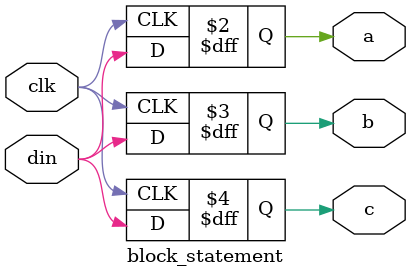
<source format=v>
module block_statement(din, clk, a, b, c);
input din;
input clk;
output reg a;
output reg b;
output reg c;
always @(posedge clk)
begin
      	a = din;
        b = a;
        c = b;
end
endmodule

</source>
